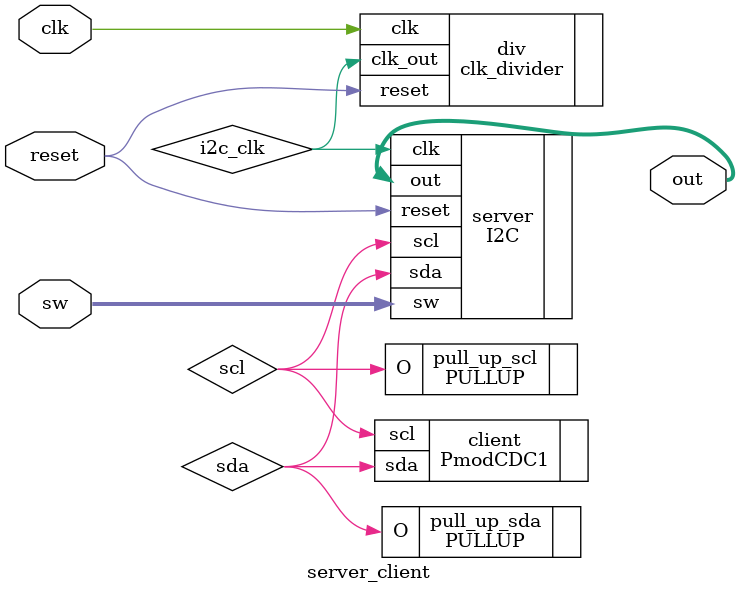
<source format=v>
`timescale 1ns / 1ps

module server_client(
	input clk,
	input reset,
	input [1:0] sw,
	output wire [15:0] out
   );
	
	wire sda;
	wire scl;
	wire i2c_clk;
	
	reg [31:0] tmp = 0;
	
	PULLUP pull_up_sda (.O(sda));
	PULLUP pull_up_scl (.O(scl));
	
	clk_divider div(
		.reset(reset),
		.clk(clk),
		.clk_out(i2c_clk)
		);
	
	I2C server(
		.clk(i2c_clk),
		.reset(reset),
		.sw(sw),
		.out(out),
		.scl(scl),
		.sda(sda)
		);
	
	PmodCDC1 client(
		.scl(scl),
		.sda(sda)
	);
	
	
	always@(posedge i2c_clk) begin
		tmp <= tmp + 1;
		if (tmp >= 20000000) begin
			tmp <= 0;
		end
	end

endmodule

</source>
